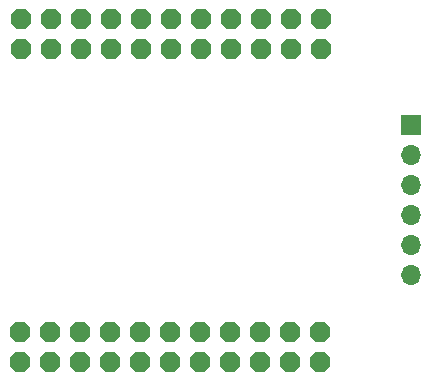
<source format=gbr>
%TF.GenerationSoftware,KiCad,Pcbnew,8.0.5*%
%TF.CreationDate,2024-10-04T20:46:01-04:00*%
%TF.ProjectId,memory card,6d656d6f-7279-4206-9361-72642e6b6963,V2*%
%TF.SameCoordinates,Original*%
%TF.FileFunction,Soldermask,Bot*%
%TF.FilePolarity,Negative*%
%FSLAX46Y46*%
G04 Gerber Fmt 4.6, Leading zero omitted, Abs format (unit mm)*
G04 Created by KiCad (PCBNEW 8.0.5) date 2024-10-04 20:46:01*
%MOMM*%
%LPD*%
G01*
G04 APERTURE LIST*
G04 Aperture macros list*
%AMFreePoly0*
4,1,25,0.375350,0.844196,0.387473,0.833842,0.833842,0.387473,0.862349,0.331525,0.863600,0.315631,0.863600,-0.315631,0.844196,-0.375350,0.833842,-0.387473,0.387473,-0.833842,0.331525,-0.862349,0.315631,-0.863600,-0.315631,-0.863600,-0.375350,-0.844196,-0.387473,-0.833842,-0.833842,-0.387473,-0.862349,-0.331525,-0.863600,-0.315631,-0.863600,0.315631,-0.844196,0.375350,-0.833842,0.387473,
-0.387473,0.833842,-0.331525,0.862349,-0.315631,0.863600,0.315631,0.863600,0.375350,0.844196,0.375350,0.844196,$1*%
G04 Aperture macros list end*
%ADD10FreePoly0,0.000000*%
%ADD11R,1.700000X1.700000*%
%ADD12O,1.700000X1.700000*%
G04 APERTURE END LIST*
D10*
%TO.C,JP1*%
X145550000Y-91600000D03*
X145550000Y-89060000D03*
X148090000Y-91600000D03*
X148090000Y-89060000D03*
X150630000Y-91600000D03*
X150630000Y-89060000D03*
X153170000Y-91600000D03*
X153170000Y-89060000D03*
X155710000Y-91600000D03*
X155710000Y-89060000D03*
X158250000Y-91600000D03*
X158250000Y-89060000D03*
X160790000Y-91600000D03*
X160790000Y-89060000D03*
X163330000Y-91600000D03*
X163330000Y-89060000D03*
X165870000Y-91600000D03*
X165870000Y-89060000D03*
X168410000Y-91600000D03*
X168410000Y-89060000D03*
X170950000Y-91600000D03*
X170950000Y-89060000D03*
%TD*%
D11*
%TO.C,J3*%
X178553189Y-98060000D03*
D12*
X178553189Y-100600000D03*
X178553189Y-103140000D03*
X178553189Y-105680000D03*
X178553189Y-108220000D03*
X178553189Y-110760000D03*
%TD*%
D10*
%TO.C,JP2*%
X145473189Y-118100000D03*
X145473189Y-115560000D03*
X148013189Y-118100000D03*
X148013189Y-115560000D03*
X150553189Y-118100000D03*
X150553189Y-115560000D03*
X153093189Y-118100000D03*
X153093189Y-115560000D03*
X155633189Y-118100000D03*
X155633189Y-115560000D03*
X158173189Y-118100000D03*
X158173189Y-115560000D03*
X160713189Y-118100000D03*
X160713189Y-115560000D03*
X163253189Y-118100000D03*
X163253189Y-115560000D03*
X165793189Y-118100000D03*
X165793189Y-115560000D03*
X168333189Y-118100000D03*
X168333189Y-115560000D03*
X170873189Y-118100000D03*
X170873189Y-115560000D03*
%TD*%
M02*

</source>
